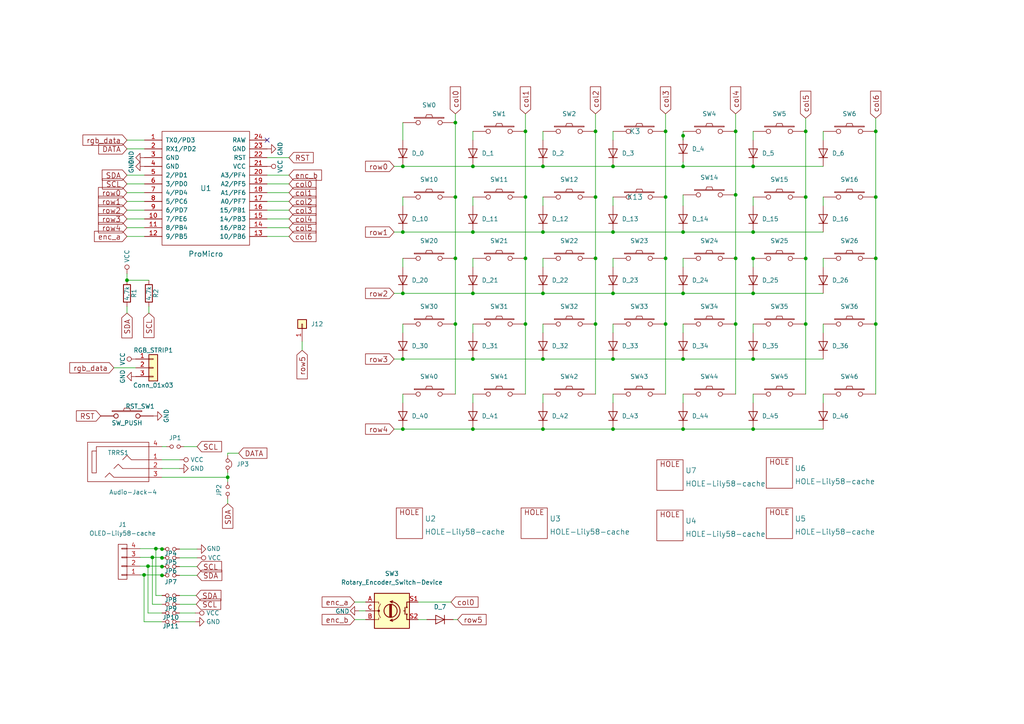
<source format=kicad_sch>
(kicad_sch (version 20211123) (generator eeschema)
  (paper "A4")
  (title_block (title "Redox keyboard") (date "2018-05-05") (rev "1.0") (comment 1 "designed by Mattia Dal Ben") (comment 2 "https://github.com/mattdibi/redox-keyboard"))
  (lib_symbols
    (symbol "redox_lib:Conn_01x03" (pin_names (offset 1.016) hide)
      (property "Reference" "J" (at 0 5.08 0))
      (property "Value" "Conn_01x03" (at 0 -5.08 0))
      (symbol "Conn_01x03_1_1"
        (pin passive line (at -5.08 2.54 0) (length 3.81) (name "Pin_1") (number "1"))
        (pin passive line (at -5.08 0 0) (length 3.81) (name "Pin_2") (number "2"))
        (pin passive line (at -5.08 -2.54 0) (length 3.81) (name "Pin_3") (number "3"))
      )
    )
    (symbol "redox_lib:GND" (power) (pin_names (offset 0))
      (property "Value" "GND" (at 0 -3.81 0))
      (symbol "GND_1_1"
        (pin power_in line (at 0 0 270) (length 0) hide (name "GND") (number "1"))
      )
    )
    (symbol "redox_lib:ProMicro" (pin_names (offset 1.016))
      (property "Reference" "U" (at 0 0 0))
      (property "Value" "ProMicro" (at 0 -19.05 0))
      (symbol "ProMicro_1_1"
        (pin input line (at -17.78 13.97 0) (length 5.08) (name "TX0/PD3") (number "1"))
        (pin input line (at -17.78 -8.89 0) (length 5.08) (name "7/PE6") (number "10"))
        (pin input line (at -17.78 -11.43 0) (length 5.08) (name "8/PB4") (number "11"))
        (pin input line (at -17.78 -13.97 0) (length 5.08) (name "9/PB5") (number "12"))
        (pin input line (at 17.78 -13.97 180) (length 5.08) (name "10/PB6") (number "13"))
        (pin input line (at 17.78 -11.43 180) (length 5.08) (name "16/PB2") (number "14"))
        (pin input line (at 17.78 -8.89 180) (length 5.08) (name "14/PB3") (number "15"))
        (pin input line (at 17.78 -6.35 180) (length 5.08) (name "15/PB1") (number "16"))
        (pin input line (at 17.78 -3.81 180) (length 5.08) (name "A0/PF7") (number "17"))
        (pin input line (at 17.78 -1.27 180) (length 5.08) (name "A1/PF6") (number "18"))
        (pin input line (at 17.78 1.27 180) (length 5.08) (name "A2/PF5") (number "19"))
        (pin input line (at -17.78 11.43 0) (length 5.08) (name "RX1/PD2") (number "2"))
        (pin input line (at 17.78 3.81 180) (length 5.08) (name "A3/PF4") (number "20"))
        (pin input line (at 17.78 6.35 180) (length 5.08) (name "VCC") (number "21"))
        (pin input line (at 17.78 8.89 180) (length 5.08) (name "RST") (number "22"))
        (pin input line (at 17.78 11.43 180) (length 5.08) (name "GND") (number "23"))
        (pin input line (at 17.78 13.97 180) (length 5.08) (name "RAW") (number "24"))
        (pin input line (at -17.78 8.89 0) (length 5.08) (name "GND") (number "3"))
        (pin input line (at -17.78 6.35 0) (length 5.08) (name "GND") (number "4"))
        (pin input line (at -17.78 3.81 0) (length 5.08) (name "2/PD1") (number "5"))
        (pin input line (at -17.78 1.27 0) (length 5.08) (name "3/PD0") (number "6"))
        (pin input line (at -17.78 -1.27 0) (length 5.08) (name "4/PD4") (number "7"))
        (pin input line (at -17.78 -3.81 0) (length 5.08) (name "5/PC6") (number "8"))
        (pin input line (at -17.78 -6.35 0) (length 5.08) (name "6/PD7") (number "9"))
      )
    )
    (symbol "redox_lib:R" (pin_numbers hide) (pin_names (offset 0))
      (property "Reference" "R" (at 2.032 0 90))
      (property "Value" "R" (at 0 0 90))
      (symbol "R_1_1"
        (pin passive line (at 0 3.81 270) (length 1.27) (name "~") (number "1"))
        (pin passive line (at 0 -3.81 90) (length 1.27) (name "~") (number "2"))
      )
    )
    (symbol "redox_lib:SW_PUSH" (pin_numbers hide) (pin_names (offset 1.016) hide)
      (property "Reference" "SW" (at 3.81 2.794 0))
      (property "Value" "SW_PUSH" (at 0 -2.032 0))
      (symbol "SW_PUSH_0_1"
        (pin passive inverted (at -7.62 0 0) (length 5.08) (name "1") (number "1"))
        (pin passive inverted (at 7.62 0 180) (length 5.08) (name "2") (number "2"))
      )
    )
    (symbol "redox_lib:VCC" (power) (pin_names (offset 0))
      (property "Value" "VCC" (at 0 3.81 0))
      (symbol "VCC_1_1"
        (pin power_in line (at 0 0 90) (length 0) hide (name "VCC") (number "1"))
      )
    )
    (symbol "sofle_lib:D-Lily58-cache" (pin_numbers hide) (pin_names (offset 1.016) hide)
      (property "Reference" "D" (at 0 2.54 0))
      (property "Value" "D-Lily58-cache" (at 0 -2.54 0))
      (symbol "D-Lily58-cache_1_1"
        (pin passive line (at -3.81 0 0) (length 2.54) (name "K") (number "1"))
        (pin passive line (at 3.81 0 180) (length 2.54) (name "A") (number "2"))
      )
    )
    (symbol "sofle_lib:HOLE-Lily58-cache" (pin_names (offset 1.016))
      (property "Reference" "U" (at 0 0 0))
      (property "Value" "HOLE-Lily58-cache" (at 0 -5.08 0))
      (symbol "HOLE-Lily58-cache_0_0"
        (text "HOLE" (at 0 3.81 0) (effects (font (size 1.524 1.524))))
      )
    )
    (symbol "sofle_lib:Jumper_NC_Small-Device" (pin_numbers hide) (pin_names (offset 0.762) hide)
      (property "Reference" "JP" (at 0 2.032 0))
      (property "Value" "Jumper_NC_Small-Device" (at 0.254 -1.524 0))
      (symbol "Jumper_NC_Small-Device_0_1"
        (pin passive line (at -2.54 0 0) (length 1.016) (name "1") (number "1"))
        (pin passive line (at 2.54 0 180) (length 1.016) (name "2") (number "2"))
      )
    )
    (symbol "sofle_lib:Jumper_NO_Small-Device" (pin_numbers hide) (pin_names (offset 0.762) hide)
      (property "Reference" "JP" (at 0 2.032 0))
      (property "Value" "Jumper_NO_Small-Device" (at 0.254 -1.524 0))
      (symbol "Jumper_NO_Small-Device_0_1"
        (pin passive line (at -2.54 0 0) (length 1.016) (name "1") (number "1"))
        (pin passive line (at 2.54 0 180) (length 1.016) (name "2") (number "2"))
      )
    )
    (symbol "sofle_lib:MJ-4PP-9-Lily58-cache" (pin_names (offset 1.016))
      (property "Reference" "J" (at -8.89 -7.62 0))
      (property "Value" "MJ-4PP-9-Lily58-cache" (at -3.81 6.35 0))
      (symbol "MJ-4PP-9-Lily58-cache_1_1"
        (pin passive line (at 11.43 0 180) (length 3.81) (name "~") (number "1"))
        (pin passive line (at 11.43 -2.54 180) (length 3.81) (name "~") (number "2"))
        (pin passive line (at 11.43 -5.08 180) (length 3.81) (name "~") (number "3"))
        (pin passive line (at 11.43 3.81 180) (length 3.81) (name "~") (number "4"))
      )
    )
    (symbol "sofle_lib:OLED-Lily58-cache" (pin_names (offset 1.016) hide)
      (property "Reference" "J" (at 0 6.35 0))
      (property "Value" "OLED-Lily58-cache" (at 2.54 0 90))
      (symbol "OLED-Lily58-cache_1_1"
        (pin passive line (at -5.08 3.81 0) (length 3.81) (name "P1") (number "1"))
        (pin passive line (at -5.08 1.27 0) (length 3.81) (name "P2") (number "2"))
        (pin passive line (at -5.08 -1.27 0) (length 3.81) (name "P3") (number "3"))
        (pin passive line (at -5.08 -3.81 0) (length 3.81) (name "P4") (number "4"))
      )
    )
    (symbol "sofle_lib:Rotary_Encoder_Switch-Device" (pin_names (offset 0.254) hide)
      (property "Reference" "SW" (at 0 6.604 0))
      (property "Value" "Rotary_Encoder_Switch-Device" (at 0 -6.604 0))
      (symbol "Rotary_Encoder_Switch-Device_1_1"
        (pin passive line (at -7.62 2.54 0) (length 2.54) (name "A") (number "A"))
        (pin passive line (at -7.62 -2.54 0) (length 2.54) (name "B") (number "B"))
        (pin passive line (at -7.62 0 0) (length 2.54) (name "C") (number "C"))
        (pin passive line (at 7.62 2.54 180) (length 2.54) (name "S1") (number "S1"))
        (pin passive line (at 7.62 -2.54 180) (length 2.54) (name "S2") (number "S2"))
      )
    )
    (symbol "sofle_lib:SW_PUSH-Lily58-cache" (pin_numbers hide) (pin_names (offset 1.016) hide)
      (property "Reference" "SW" (at 3.81 2.794 0))
      (property "Value" "SW_PUSH-Lily58-cache" (at 0 -2.032 0))
      (symbol "SW_PUSH-Lily58-cache_0_1"
        (pin passive inverted (at -7.62 0 0) (length 5.08) (name "1") (number "1"))
        (pin passive inverted (at 7.62 0 180) (length 5.08) (name "2") (number "2"))
      )
    )
    (symbol "sofle_lib:i2c_pin-Lily58-cache" (pin_names (offset 1.016) hide)
      (property "Reference" "J" (at 0 2.54 0))
      (property "Value" "i2c_pin-Lily58-cache" (at 0 -2.54 0))
      (symbol "i2c_pin-Lily58-cache_1_1"
        (pin passive line (at -5.08 0 0) (length 3.81) (name "Pin_1") (number "1"))
      )
    )
  )
  (junction (at 233.68 38.1))
  (junction (at 116.84 124.46))
  (junction (at 42.926 164.211))
  (junction (at 137.16 124.46))
  (junction (at 157.48 67.31))
  (junction (at 172.72 38.1))
  (junction (at 46.99 159.258))
  (junction (at 116.84 85.09))
  (junction (at 132.08 57.15))
  (junction (at 193.04 93.98))
  (junction (at 233.68 74.9616))
  (junction (at 132.08 93.98))
  (junction (at 172.72 57.15))
  (junction (at 193.04 38.1))
  (junction (at 198.12 39.37))
  (junction (at 218.44 104.14))
  (junction (at 218.44 74.9616))
  (junction (at 152.4 74.93))
  (junction (at 233.68 57.15))
  (junction (at 157.48 124.46))
  (junction (at 198.12 48.26))
  (junction (at 132.08 35.56))
  (junction (at 116.84 48.26))
  (junction (at 157.48 104.14))
  (junction (at 218.44 48.26))
  (junction (at 254 93.98))
  (junction (at 152.4 93.98))
  (junction (at 254 38.1))
  (junction (at 198.12 124.46))
  (junction (at 218.44 67.31))
  (junction (at 137.16 67.31))
  (junction (at 36.83 81.28))
  (junction (at 46.99 161.798))
  (junction (at 137.16 85.09))
  (junction (at 137.16 104.14))
  (junction (at 193.04 74.93))
  (junction (at 198.12 85.09))
  (junction (at 116.84 67.31))
  (junction (at 177.8 85.09))
  (junction (at 218.44 124.46))
  (junction (at 198.12 67.31))
  (junction (at 213.36 74.93))
  (junction (at 233.68 93.98))
  (junction (at 41.783 166.751))
  (junction (at 152.4 38.1))
  (junction (at 137.16 48.26))
  (junction (at 157.48 85.09))
  (junction (at 157.48 48.26))
  (junction (at 198.12 104.14))
  (junction (at 193.04 57.15))
  (junction (at 132.08 74.93))
  (junction (at 45.212 159.131))
  (junction (at 177.8 48.26))
  (junction (at 152.4 57.15))
  (junction (at 46.99 164.338))
  (junction (at 116.84 104.14))
  (junction (at 46.99 166.878))
  (junction (at 213.36 56.515))
  (junction (at 218.44 85.09))
  (junction (at 177.8 67.31))
  (junction (at 177.8 104.14))
  (junction (at 254 74.93))
  (junction (at 66.04 138.43))
  (junction (at 172.72 74.93))
  (junction (at 44.196 161.671))
  (junction (at 213.36 38.1))
  (junction (at 213.36 93.98))
  (junction (at 254 57.15))
  (junction (at 172.72 93.98))
  (junction (at 177.8 124.46))
  (no_connect (at 77.47 40.64))
  (wire (pts (xy 114.3 124.46) (xy 116.84 124.46)))
  (wire (pts (xy 177.8 38.1) (xy 177.8 40.64)))
  (wire (pts (xy 77.47 50.8) (xy 83.82 50.8)))
  (wire (pts (xy 254 93.98) (xy 254 114.3)))
  (wire (pts (xy 157.48 85.09) (xy 177.8 85.09)))
  (wire (pts (xy 44.196 175.26) (xy 44.196 161.671)))
  (wire (pts (xy 36.83 68.58) (xy 41.91 68.58)))
  (wire (pts (xy 137.16 57.15) (xy 137.16 59.69)))
  (wire (pts (xy 116.84 67.31) (xy 137.16 67.31)))
  (wire (pts (xy 218.44 74.93) (xy 218.44 74.9616)))
  (wire (pts (xy 177.8 74.93) (xy 177.8 77.47)))
  (wire (pts (xy 157.48 48.26) (xy 177.8 48.26)))
  (wire (pts (xy 116.84 114.3) (xy 116.84 116.84)))
  (wire (pts (xy 41.783 166.751) (xy 46.99 166.751)))
  (wire (pts (xy 132.08 93.98) (xy 132.08 114.3)))
  (wire (pts (xy 172.72 57.15) (xy 172.72 74.93)))
  (wire (pts (xy 46.99 175.26) (xy 44.196 175.26)))
  (wire (pts (xy 132.08 35.56) (xy 132.08 57.15)))
  (wire (pts (xy 46.99 172.72) (xy 45.212 172.72)))
  (wire (pts (xy 43.18 88.9) (xy 43.18 90.805)))
  (wire (pts (xy 233.68 57.15) (xy 233.68 74.9616)))
  (wire (pts (xy 52.07 172.72) (xy 56.896 172.72)))
  (wire (pts (xy 172.72 93.98) (xy 172.72 114.3)))
  (wire (pts (xy 36.83 60.96) (xy 41.91 60.96)))
  (wire (pts (xy 77.47 45.72) (xy 83.82 45.72)))
  (wire (pts (xy 152.4 38.1) (xy 152.4 57.15)))
  (wire (pts (xy 198.12 114.3) (xy 198.12 116.84)))
  (wire (pts (xy 77.47 68.58) (xy 83.82 68.58)))
  (wire (pts (xy 41.783 180.34) (xy 41.783 166.751)))
  (wire (pts (xy 238.76 74.93) (xy 238.76 77.47)))
  (wire (pts (xy 157.48 67.31) (xy 177.8 67.31)))
  (wire (pts (xy 114.3 48.26) (xy 116.84 48.26)))
  (wire (pts (xy 198.12 67.31) (xy 218.44 67.31)))
  (wire (pts (xy 102.87 179.705) (xy 106.045 179.705)))
  (wire (pts (xy 157.48 124.46) (xy 177.8 124.46)))
  (wire (pts (xy 116.84 57.15) (xy 116.84 59.69)))
  (wire (pts (xy 116.84 48.26) (xy 137.16 48.26)))
  (wire (pts (xy 45.212 159.131) (xy 46.99 159.131)))
  (wire (pts (xy 87.63 99.06) (xy 87.63 101.6)))
  (wire (pts (xy 131.445 179.705) (xy 132.715 179.705)))
  (wire (pts (xy 137.16 38.1) (xy 137.16 40.64)))
  (wire (pts (xy 177.8 104.14) (xy 198.12 104.14)))
  (wire (pts (xy 238.76 93.98) (xy 238.76 96.52)))
  (wire (pts (xy 157.48 93.98) (xy 157.48 96.52)))
  (wire (pts (xy 137.16 104.14) (xy 157.48 104.14)))
  (wire (pts (xy 116.84 124.46) (xy 137.16 124.46)))
  (wire (pts (xy 46.99 135.89) (xy 52.07 135.89)))
  (wire (pts (xy 40.64 166.751) (xy 41.783 166.751)))
  (wire (pts (xy 46.99 159.131) (xy 46.99 159.258)))
  (wire (pts (xy 77.47 58.42) (xy 83.82 58.42)))
  (wire (pts (xy 36.83 81.28) (xy 43.18 81.28)))
  (wire (pts (xy 36.83 55.88) (xy 41.91 55.88)))
  (wire (pts (xy 213.36 56.515) (xy 213.36 74.93)))
  (wire (pts (xy 198.12 124.46) (xy 218.44 124.46)))
  (wire (pts (xy 254 57.15) (xy 254 74.93)))
  (wire (pts (xy 233.68 93.98) (xy 233.68 114.3)))
  (wire (pts (xy 218.44 38.1) (xy 218.44 40.64)))
  (wire (pts (xy 193.04 93.98) (xy 193.04 114.3)))
  (wire (pts (xy 218.44 93.98) (xy 218.44 96.52)))
  (wire (pts (xy 254 34.29) (xy 254 38.1)))
  (wire (pts (xy 137.16 85.09) (xy 157.48 85.09)))
  (wire (pts (xy 198.12 56.515) (xy 198.12 59.69)))
  (wire (pts (xy 177.8 114.3) (xy 177.8 116.84)))
  (wire (pts (xy 177.8 93.98) (xy 177.8 96.52)))
  (wire (pts (xy 46.99 164.211) (xy 46.99 164.338)))
  (wire (pts (xy 157.48 104.14) (xy 177.8 104.14)))
  (wire (pts (xy 102.87 174.625) (xy 106.045 174.625)))
  (wire (pts (xy 198.12 104.14) (xy 218.44 104.14)))
  (wire (pts (xy 42.926 177.8) (xy 42.926 164.211)))
  (wire (pts (xy 218.44 74.9616) (xy 218.44 77.47)))
  (wire (pts (xy 213.36 93.98) (xy 213.36 114.3)))
  (wire (pts (xy 218.44 57.15) (xy 218.44 59.69)))
  (wire (pts (xy 137.16 93.98) (xy 137.16 96.52)))
  (wire (pts (xy 157.48 74.93) (xy 157.48 77.47)))
  (wire (pts (xy 36.83 88.9) (xy 36.83 90.805)))
  (wire (pts (xy 198.12 74.93) (xy 198.12 77.47)))
  (wire (pts (xy 218.44 104.14) (xy 238.76 104.14)))
  (wire (pts (xy 193.04 33.02) (xy 193.04 38.1)))
  (wire (pts (xy 116.84 93.98) (xy 116.84 96.52)))
  (wire (pts (xy 46.99 161.671) (xy 46.99 161.798)))
  (wire (pts (xy 218.44 67.31) (xy 238.76 67.31)))
  (wire (pts (xy 137.16 74.93) (xy 137.16 77.47)))
  (wire (pts (xy 77.47 60.96) (xy 83.82 60.96)))
  (wire (pts (xy 157.48 114.3) (xy 157.48 116.84)))
  (wire (pts (xy 46.99 166.751) (xy 46.99 166.878)))
  (wire (pts (xy 198.12 48.26) (xy 218.44 48.26)))
  (wire (pts (xy 36.83 43.18) (xy 41.91 43.18)))
  (wire (pts (xy 114.3 104.14) (xy 116.84 104.14)))
  (wire (pts (xy 152.4 57.15) (xy 152.4 74.93)))
  (wire (pts (xy 114.3 85.09) (xy 116.84 85.09)))
  (wire (pts (xy 193.04 57.15) (xy 193.04 74.93)))
  (wire (pts (xy 193.04 38.1) (xy 193.04 57.15)))
  (wire (pts (xy 157.48 38.1) (xy 157.48 40.64)))
  (wire (pts (xy 33.02 106.68) (xy 39.37 106.68)))
  (wire (pts (xy 137.16 48.26) (xy 157.48 48.26)))
  (wire (pts (xy 177.8 48.26) (xy 198.12 48.26)))
  (wire (pts (xy 52.07 177.8) (xy 56.642 177.8)))
  (wire (pts (xy 218.44 85.09) (xy 238.76 85.09)))
  (wire (pts (xy 177.8 124.46) (xy 198.12 124.46)))
  (wire (pts (xy 52.07 175.26) (xy 56.896 175.26)))
  (wire (pts (xy 121.285 174.625) (xy 130.81 174.625)))
  (wire (pts (xy 132.08 74.93) (xy 132.08 93.98)))
  (wire (pts (xy 152.4 74.93) (xy 152.4 93.98)))
  (wire (pts (xy 46.99 177.8) (xy 42.926 177.8)))
  (wire (pts (xy 238.76 38.1) (xy 238.76 40.64)))
  (wire (pts (xy 172.72 38.1) (xy 172.72 57.15)))
  (wire (pts (xy 66.04 131.445) (xy 69.215 131.445)))
  (wire (pts (xy 177.8 85.09) (xy 198.12 85.09)))
  (wire (pts (xy 233.68 74.9616) (xy 233.68 93.98)))
  (wire (pts (xy 132.08 33.02) (xy 132.08 35.56)))
  (wire (pts (xy 53.34 129.54) (xy 57.15 129.54)))
  (wire (pts (xy 152.4 33.02) (xy 152.4 38.1)))
  (wire (pts (xy 137.16 114.3) (xy 137.16 116.84)))
  (wire (pts (xy 116.84 85.09) (xy 137.16 85.09)))
  (wire (pts (xy 46.99 133.35) (xy 52.07 133.35)))
  (wire (pts (xy 198.12 39.37) (xy 198.12 40.64)))
  (wire (pts (xy 198.12 38.1) (xy 198.12 39.37)))
  (wire (pts (xy 52.07 166.878) (xy 57.15 166.878)))
  (wire (pts (xy 36.83 53.34) (xy 41.91 53.34)))
  (wire (pts (xy 36.83 66.04) (xy 41.91 66.04)))
  (wire (pts (xy 77.47 63.5) (xy 83.82 63.5)))
  (wire (pts (xy 172.72 33.02) (xy 172.72 38.1)))
  (wire (pts (xy 254 74.93) (xy 254 93.98)))
  (wire (pts (xy 172.72 74.93) (xy 172.72 93.98)))
  (wire (pts (xy 40.64 159.131) (xy 45.212 159.131)))
  (wire (pts (xy 254 38.1) (xy 254 57.15)))
  (wire (pts (xy 152.4 93.98) (xy 152.4 114.3)))
  (wire (pts (xy 114.3 67.31) (xy 116.84 67.31)))
  (wire (pts (xy 52.07 164.338) (xy 57.15 164.338)))
  (wire (pts (xy 177.8 57.15) (xy 177.8 59.69)))
  (wire (pts (xy 233.68 38.1) (xy 233.68 57.15)))
  (wire (pts (xy 233.68 34.29) (xy 233.68 38.1)))
  (wire (pts (xy 36.83 63.5) (xy 41.91 63.5)))
  (wire (pts (xy 177.8 67.31) (xy 198.12 67.31)))
  (wire (pts (xy 52.07 180.34) (xy 56.642 180.34)))
  (wire (pts (xy 77.47 53.34) (xy 83.82 53.34)))
  (wire (pts (xy 77.47 55.88) (xy 83.82 55.88)))
  (wire (pts (xy 213.36 38.1) (xy 213.36 56.515)))
  (wire (pts (xy 77.47 66.04) (xy 83.82 66.04)))
  (wire (pts (xy 44.196 161.671) (xy 46.99 161.671)))
  (wire (pts (xy 104.14 177.165) (xy 106.045 177.165)))
  (wire (pts (xy 198.12 93.98) (xy 198.12 96.52)))
  (wire (pts (xy 46.99 180.34) (xy 41.783 180.34)))
  (wire (pts (xy 116.84 74.93) (xy 116.84 77.47)))
  (wire (pts (xy 213.36 74.93) (xy 213.36 93.98)))
  (wire (pts (xy 121.285 179.705) (xy 123.825 179.705)))
  (wire (pts (xy 52.07 159.258) (xy 57.15 159.258)))
  (wire (pts (xy 218.44 48.26) (xy 238.76 48.26)))
  (wire (pts (xy 157.48 57.15) (xy 157.48 59.69)))
  (wire (pts (xy 66.04 132.08) (xy 66.04 131.445)))
  (wire (pts (xy 66.04 144.78) (xy 66.04 146.05)))
  (wire (pts (xy 36.83 79.375) (xy 36.83 81.28)))
  (wire (pts (xy 198.12 46.99) (xy 198.12 48.26)))
  (wire (pts (xy 46.99 129.54) (xy 48.26 129.54)))
  (wire (pts (xy 116.84 104.14) (xy 137.16 104.14)))
  (wire (pts (xy 116.84 35.56) (xy 116.84 40.64)))
  (wire (pts (xy 238.76 57.15) (xy 238.76 59.69)))
  (wire (pts (xy 42.926 164.211) (xy 46.99 164.211)))
  (wire (pts (xy 198.12 85.09) (xy 218.44 85.09)))
  (wire (pts (xy 45.212 172.72) (xy 45.212 159.131)))
  (wire (pts (xy 66.04 137.16) (xy 66.04 138.43)))
  (wire (pts (xy 66.04 138.43) (xy 66.04 139.7)))
  (wire (pts (xy 238.76 114.3) (xy 238.76 116.84)))
  (wire (pts (xy 46.99 138.43) (xy 66.04 138.43)))
  (wire (pts (xy 36.83 58.42) (xy 41.91 58.42)))
  (wire (pts (xy 36.83 40.64) (xy 41.91 40.64)))
  (wire (pts (xy 40.64 164.211) (xy 42.926 164.211)))
  (wire (pts (xy 218.44 124.46) (xy 238.76 124.46)))
  (wire (pts (xy 36.83 50.8) (xy 41.91 50.8)))
  (wire (pts (xy 218.44 114.3) (xy 218.44 116.84)))
  (wire (pts (xy 137.16 124.46) (xy 157.48 124.46)))
  (wire (pts (xy 132.08 57.15) (xy 132.08 74.93)))
  (wire (pts (xy 137.16 67.31) (xy 157.48 67.31)))
  (wire (pts (xy 193.04 74.93) (xy 193.04 93.98)))
  (wire (pts (xy 40.64 161.671) (xy 44.196 161.671)))
  (wire (pts (xy 52.07 161.798) (xy 57.15 161.798)))
  (wire (pts (xy 213.36 33.02) (xy 213.36 38.1)))
  (global_label "row1" (shape input) (at 36.83 58.42 180) (effects (font (size 1.524 1.524))) (property "Intersheet References" "${INTERSHEET_REFS}" (effects hide)))
  (global_label "col5" (shape input) (at 83.82 66.04 0) (effects (font (size 1.524 1.524))) (property "Intersheet References" "${INTERSHEET_REFS}" (effects hide)))
  (global_label "col1" (shape input) (at 83.82 55.88 0) (effects (font (size 1.524 1.524))) (property "Intersheet References" "${INTERSHEET_REFS}" (effects hide)))
  (global_label "SDA" (shape input) (at 36.83 50.8 180) (effects (font (size 1.524 1.524))) (property "Intersheet References" "${INTERSHEET_REFS}" (effects hide)))
  (global_label "enc_a" (shape input) (at 102.87 174.625 180) (effects (font (size 1.524 1.524))) (property "Intersheet References" "${INTERSHEET_REFS}" (effects hide)))
  (global_label "row4" (shape input) (at 36.83 66.04 180) (effects (font (size 1.524 1.524))) (property "Intersheet References" "${INTERSHEET_REFS}" (effects hide)))
  (global_label "rgb_data" (shape input) (at 36.83 40.64 180) (effects (font (size 1.524 1.524))) (property "Intersheet References" "${INTERSHEET_REFS}" (effects hide)))
  (global_label "col5" (shape input) (at 233.68 34.29 90) (effects (font (size 1.524 1.524))) (property "Intersheet References" "${INTERSHEET_REFS}" (effects hide)))
  (global_label "col1" (shape input) (at 152.4 33.02 90) (effects (font (size 1.524 1.524))) (property "Intersheet References" "${INTERSHEET_REFS}" (effects hide)))
  (global_label "col3" (shape input) (at 193.04 33.02 90) (effects (font (size 1.524 1.524))) (property "Intersheet References" "${INTERSHEET_REFS}" (effects hide)))
  (global_label "col6" (shape input) (at 254 34.29 90) (effects (font (size 1.524 1.524))) (property "Intersheet References" "${INTERSHEET_REFS}" (effects hide)))
  (global_label "SCL" (shape input) (at 57.15 164.338 0) (effects (font (size 1.524 1.524))) (property "Intersheet References" "${INTERSHEET_REFS}" (effects hide)))
  (global_label "SCL" (shape input) (at 57.15 129.54 0) (effects (font (size 1.524 1.524))) (property "Intersheet References" "${INTERSHEET_REFS}" (effects hide)))
  (global_label "row0" (shape input) (at 114.3 48.26 180) (effects (font (size 1.524 1.524))) (property "Intersheet References" "${INTERSHEET_REFS}" (effects hide)))
  (global_label "col2" (shape input) (at 83.82 58.42 0) (effects (font (size 1.524 1.524))) (property "Intersheet References" "${INTERSHEET_REFS}" (effects hide)))
  (global_label "col0" (shape input) (at 83.82 53.34 0) (effects (font (size 1.524 1.524))) (property "Intersheet References" "${INTERSHEET_REFS}" (effects hide)))
  (global_label "col6" (shape input) (at 83.82 68.58 0) (effects (font (size 1.524 1.524))) (property "Intersheet References" "${INTERSHEET_REFS}" (effects hide)))
  (global_label "col4" (shape input) (at 213.36 33.02 90) (effects (font (size 1.524 1.524))) (property "Intersheet References" "${INTERSHEET_REFS}" (effects hide)))
  (global_label "enc_b" (shape input) (at 102.87 179.705 180) (effects (font (size 1.524 1.524))) (property "Intersheet References" "${INTERSHEET_REFS}" (effects hide)))
  (global_label "SDA" (shape input) (at 56.896 172.72 0) (effects (font (size 1.524 1.524))) (property "Intersheet References" "${INTERSHEET_REFS}" (effects hide)))
  (global_label "col2" (shape input) (at 172.72 33.02 90) (effects (font (size 1.524 1.524))) (property "Intersheet References" "${INTERSHEET_REFS}" (effects hide)))
  (global_label "col3" (shape input) (at 83.82 60.96 0) (effects (font (size 1.524 1.524))) (property "Intersheet References" "${INTERSHEET_REFS}" (effects hide)))
  (global_label "SDA" (shape input) (at 66.04 146.05 270) (effects (font (size 1.524 1.524))) (property "Intersheet References" "${INTERSHEET_REFS}" (effects hide)))
  (global_label "enc_a" (shape input) (at 36.83 68.58 180) (effects (font (size 1.524 1.524))) (property "Intersheet References" "${INTERSHEET_REFS}" (effects hide)))
  (global_label "row3" (shape input) (at 36.83 63.5 180) (effects (font (size 1.524 1.524))) (property "Intersheet References" "${INTERSHEET_REFS}" (effects hide)))
  (global_label "SCL" (shape input) (at 56.896 175.26 0) (effects (font (size 1.524 1.524))) (property "Intersheet References" "${INTERSHEET_REFS}" (effects hide)))
  (global_label "row5" (shape input) (at 87.63 101.6 270) (effects (font (size 1.524 1.524))) (property "Intersheet References" "${INTERSHEET_REFS}" (effects hide)))
  (global_label "rgb_data" (shape input) (at 33.02 106.68 180) (effects (font (size 1.524 1.524))) (property "Intersheet References" "${INTERSHEET_REFS}" (effects hide)))
  (global_label "col0" (shape input) (at 130.81 174.625 0) (effects (font (size 1.524 1.524))) (property "Intersheet References" "${INTERSHEET_REFS}" (effects hide)))
  (global_label "row4" (shape input) (at 114.3 124.46 180) (effects (font (size 1.524 1.524))) (property "Intersheet References" "${INTERSHEET_REFS}" (effects hide)))
  (global_label "row2" (shape input) (at 114.3 85.09 180) (effects (font (size 1.524 1.524))) (property "Intersheet References" "${INTERSHEET_REFS}" (effects hide)))
  (global_label "RST" (shape input) (at 29.21 120.65 180) (effects (font (size 1.524 1.524))) (property "Intersheet References" "${INTERSHEET_REFS}" (effects hide)))
  (global_label "SDA" (shape input) (at 36.83 90.805 270) (effects (font (size 1.524 1.524))) (property "Intersheet References" "${INTERSHEET_REFS}" (effects hide)))
  (global_label "DATA" (shape input) (at 36.83 43.18 180) (effects (font (size 1.524 1.524))) (property "Intersheet References" "${INTERSHEET_REFS}" (effects hide)))
  (global_label "row2" (shape input) (at 36.83 60.96 180) (effects (font (size 1.524 1.524))) (property "Intersheet References" "${INTERSHEET_REFS}" (effects hide)))
  (global_label "col0" (shape input) (at 132.08 33.02 90) (effects (font (size 1.524 1.524))) (property "Intersheet References" "${INTERSHEET_REFS}" (effects hide)))
  (global_label "RST" (shape input) (at 83.82 45.72 0) (effects (font (size 1.524 1.524))) (property "Intersheet References" "${INTERSHEET_REFS}" (effects hide)))
  (global_label "col4" (shape input) (at 83.82 63.5 0) (effects (font (size 1.524 1.524))) (property "Intersheet References" "${INTERSHEET_REFS}" (effects hide)))
  (global_label "row0" (shape input) (at 36.83 55.88 180) (effects (font (size 1.524 1.524))) (property "Intersheet References" "${INTERSHEET_REFS}" (effects hide)))
  (global_label "SDA" (shape input) (at 57.15 166.878 0) (effects (font (size 1.524 1.524))) (property "Intersheet References" "${INTERSHEET_REFS}" (effects hide)))
  (global_label "SCL" (shape input) (at 36.83 53.34 180) (effects (font (size 1.524 1.524))) (property "Intersheet References" "${INTERSHEET_REFS}" (effects hide)))
  (global_label "row3" (shape input) (at 114.3 104.14 180) (effects (font (size 1.524 1.524))) (property "Intersheet References" "${INTERSHEET_REFS}" (effects hide)))
  (global_label "SCL" (shape input) (at 43.18 90.805 270) (effects (font (size 1.524 1.524))) (property "Intersheet References" "${INTERSHEET_REFS}" (effects hide)))
  (global_label "enc_b" (shape input) (at 83.82 50.8 0) (effects (font (size 1.524 1.524))) (property "Intersheet References" "${INTERSHEET_REFS}" (effects hide)))
  (global_label "row5" (shape input) (at 132.715 179.705 0) (effects (font (size 1.524 1.524))) (property "Intersheet References" "${INTERSHEET_REFS}" (effects hide)))
  (global_label "row1" (shape input) (at 114.3 67.31 180) (effects (font (size 1.524 1.524))) (property "Intersheet References" "${INTERSHEET_REFS}" (effects hide)))
  (global_label "DATA" (shape input) (at 69.215 131.445 0) (effects (font (size 1.524 1.524))) (property "Intersheet References" "${INTERSHEET_REFS}" (effects hide)))
  (symbol (lib_id "redox_lib:ProMicro") (at 59.69 54.61 0) (unit 1)
    (property "Reference" "U1" (at 59.69 54.61 0) (effects (font (size 1.524 1.524))))
    (property "Value" "ProMicro" (at 59.69 73.66 0) (effects (font (size 1.524 1.524))))
    (property "Footprint" "Keebio-Part:ArduinoProMicro" (effects hide))
  )
  (symbol (lib_id "sofle_lib:MJ-4PP-9-Lily58-cache") (at 35.56 133.35 0) (unit 1)
    (property "Reference" "TRRS1" (at 34.29 131.318 0))
    (property "Value" "Audio-Jack-4" (at 38.608 142.748 0))
    (property "Footprint" "SofleKeyboard-footprint:MJ-4PP-9" (effects hide))
  )
  (symbol (lib_id "redox_lib:Conn_01x03") (at 44.45 106.68 0) (unit 1)
    (property "Reference" "RGB_STRIP1" (at 44.45 101.6 0))
    (property "Value" "Conn_01x03" (at 44.45 111.76 0))
    (property "Footprint" "SofleKeyboard-footprint:LED" (effects hide))
  )
  (symbol (lib_id "redox_lib:SW_PUSH") (at 36.83 120.65 0) (unit 1)
    (property "Reference" "RST_SW1" (at 40.64 117.856 0))
    (property "Value" "SW_PUSH" (at 36.83 122.682 0))
    (property "Footprint" "SofleKeyboard-footprint:TACT_SWITCH_TVBP06" (effects hide))
  )
  (symbol (lib_id "redox_lib:GND") (at 77.47 43.18 90) (unit 1)
    (property "Reference" "#PWR01" (effects hide))
    (property "Value" "GND" (at 81.28 43.18 0))
  )
  (symbol (lib_id "redox_lib:VCC") (at 77.47 48.26 270) (unit 1)
    (property "Reference" "#PWR02" (effects hide))
    (property "Value" "VCC" (at 81.28 48.26 0))
  )
  (symbol (lib_id "redox_lib:GND") (at 52.07 135.89 90) (unit 1)
    (property "Reference" "#PWR03" (effects hide))
    (property "Value" "GND" (at 57.15 135.89 90))
  )
  (symbol (lib_id "redox_lib:GND") (at 39.37 109.22 270) (unit 1)
    (property "Reference" "#PWR04" (effects hide))
    (property "Value" "GND" (at 35.56 109.22 0))
  )
  (symbol (lib_id "redox_lib:VCC") (at 39.37 104.14 90) (unit 1)
    (property "Reference" "#PWR05" (effects hide))
    (property "Value" "VCC" (at 35.56 104.14 0))
  )
  (symbol (lib_id "redox_lib:GND") (at 44.45 120.65 90) (unit 1)
    (property "Reference" "#PWR06" (effects hide))
    (property "Value" "GND" (at 48.26 120.65 0))
  )
  (symbol (lib_id "redox_lib:GND") (at 41.91 45.72 270) (unit 1)
    (property "Reference" "#PWR07" (effects hide))
    (property "Value" "GND" (at 38.1 45.72 0))
  )
  (symbol (lib_id "redox_lib:GND") (at 41.91 48.26 270) (unit 1)
    (property "Reference" "#PWR08" (effects hide))
    (property "Value" "GND" (at 38.1 48.26 0))
  )
  (symbol (lib_id "redox_lib:SW_PUSH") (at 185.42 38.1 0) (unit 1)
    (property "Reference" "K3" (at 184.15 38.1 0) (effects (font (size 1.524 1.524))))
    (property "Value" "KEYSW" (effects hide))
    (property "Footprint" "myparts:Mx_Alps_100-dualside" (effects hide))
  )
  (symbol (lib_id "redox_lib:SW_PUSH") (at 185.42 57.15 0) (unit 1)
    (property "Reference" "K13" (at 184.15 57.15 0) (effects (font (size 1.524 1.524))))
    (property "Value" "KEYSW" (effects hide))
    (property "Footprint" "myparts:Mx_Alps_100-dualside" (effects hide))
  )
  (symbol (lib_id "redox_lib:R") (at 36.83 85.09 0) (unit 1)
    (property "Reference" "R1" (at 38.862 85.09 90))
    (property "Value" "4.7k" (at 36.83 85.09 90))
    (property "Footprint" "SofleKeyboard-footprint:R_1206_DoubleSided" (effects hide))
  )
  (symbol (lib_id "redox_lib:R") (at 43.18 85.09 0) (unit 1)
    (property "Reference" "R2" (at 45.212 85.09 90))
    (property "Value" "4.7k" (at 43.18 85.09 90))
    (property "Footprint" "SofleKeyboard-footprint:R_1206_DoubleSided" (effects hide))
  )
  (symbol (lib_id "redox_lib:VCC") (at 52.07 133.35 270) (unit 1)
    (property "Reference" "#PWR09" (effects hide))
    (property "Value" "VCC" (at 57.15 133.35 90))
  )
  (symbol (lib_id "sofle_lib:D-Lily58-cache") (at 157.48 120.65 90) (unit 1)
    (property "Reference" "D_42" (at 160.02 120.6499 90) (effects (justify right)))
    (property "Value" "D-Lily58-cache" (effects hide))
    (property "Footprint" "SofleKeyboard-footprint:Diode_SOD123" (effects hide))
  )
  (symbol (lib_id "sofle_lib:SW_PUSH-Lily58-cache") (at 205.74 93.98 0) (unit 1)
    (property "Reference" "SW34" (at 205.74 88.9 0))
    (property "Value" "SW_PUSH-Lily58-cache" (effects hide))
    (property "Footprint" "SofleKeyboard-footprint:CherryMX_Hotswap" (effects hide))
  )
  (symbol (lib_id "sofle_lib:D-Lily58-cache") (at 137.16 81.28 90) (unit 1)
    (property "Reference" "D_21" (at 139.7 81.2799 90) (effects (justify right)))
    (property "Value" "D-Lily58-cache" (effects hide))
    (property "Footprint" "SofleKeyboard-footprint:Diode_SOD123" (effects hide))
  )
  (symbol (lib_id "sofle_lib:D-Lily58-cache") (at 218.44 120.65 90) (unit 1)
    (property "Reference" "D_45" (at 220.98 120.6499 90) (effects (justify right)))
    (property "Value" "D-Lily58-cache" (effects hide))
    (property "Footprint" "SofleKeyboard-footprint:Diode_SOD123" (effects hide))
  )
  (symbol (lib_id "sofle_lib:SW_PUSH-Lily58-cache") (at 124.46 114.3 0) (unit 1)
    (property "Reference" "SW40" (at 124.46 109.22 0))
    (property "Value" "SW_PUSH-Lily58-cache" (effects hide))
    (property "Footprint" "SofleKeyboard-footprint:CherryMX_Hotswap" (effects hide))
  )
  (symbol (lib_id "sofle_lib:Jumper_NC_Small-Device") (at 66.04 134.62 270) (unit 1)
    (property "Reference" "JP3" (at 68.58 134.6199 90) (effects (justify left)))
    (property "Value" "Jumper_NC_Small-Device" (effects hide))
    (property "Footprint" "SofleKeyboard-footprint:jumper_data" (effects hide))
  )
  (symbol (lib_id "sofle_lib:SW_PUSH-Lily58-cache") (at 246.38 114.3 0) (unit 1)
    (property "Reference" "SW46" (at 246.38 109.22 0))
    (property "Value" "SW_PUSH-Lily58-cache" (effects hide))
    (property "Footprint" "SofleKeyboard-footprint:CherryMX_Hotswap" (effects hide))
  )
  (symbol (lib_id "sofle_lib:D-Lily58-cache") (at 157.48 81.28 90) (unit 1)
    (property "Reference" "D_22" (at 160.02 81.2799 90) (effects (justify right)))
    (property "Value" "D-Lily58-cache" (effects hide))
    (property "Footprint" "SofleKeyboard-footprint:Diode_SOD123" (effects hide))
  )
  (symbol (lib_id "sofle_lib:SW_PUSH-Lily58-cache") (at 205.74 38.1 0) (unit 1)
    (property "Reference" "SW4" (at 205.74 33.02 0))
    (property "Value" "SW_PUSH-Lily58-cache" (effects hide))
    (property "Footprint" "SofleKeyboard-footprint:CherryMX_Hotswap" (effects hide))
  )
  (symbol (lib_id "sofle_lib:D-Lily58-cache") (at 157.48 100.33 90) (unit 1)
    (property "Reference" "D_32" (at 160.02 100.3299 90) (effects (justify right)))
    (property "Value" "D-Lily58-cache" (effects hide))
    (property "Footprint" "SofleKeyboard-footprint:Diode_SOD123" (effects hide))
  )
  (symbol (lib_id "sofle_lib:SW_PUSH-Lily58-cache") (at 165.1 114.3 0) (unit 1)
    (property "Reference" "SW42" (at 165.1 109.22 0))
    (property "Value" "SW_PUSH-Lily58-cache" (effects hide))
    (property "Footprint" "SofleKeyboard-footprint:CherryMX_Hotswap" (effects hide))
  )
  (symbol (lib_id "sofle_lib:D-Lily58-cache") (at 238.76 81.28 90) (unit 1)
    (property "Reference" "D_26" (at 241.3 81.2799 90) (effects (justify right)))
    (property "Value" "D-Lily58-cache" (effects hide))
    (property "Footprint" "SofleKeyboard-footprint:Diode_SOD123" (effects hide))
  )
  (symbol (lib_id "sofle_lib:SW_PUSH-Lily58-cache") (at 246.38 57.15 0) (unit 1)
    (property "Reference" "SW16" (at 246.38 52.07 0))
    (property "Value" "SW_PUSH-Lily58-cache" (effects hide))
    (property "Footprint" "SofleKeyboard-footprint:CherryMX_Hotswap" (effects hide))
  )
  (symbol (lib_id "sofle_lib:D-Lily58-cache") (at 198.12 81.28 90) (unit 1)
    (property "Reference" "D_24" (at 200.66 81.2799 90) (effects (justify right)))
    (property "Value" "D-Lily58-cache" (effects hide))
    (property "Footprint" "SofleKeyboard-footprint:Diode_SOD123" (effects hide))
  )
  (symbol (lib_id "sofle_lib:SW_PUSH-Lily58-cache") (at 246.38 93.98 0) (unit 1)
    (property "Reference" "SW36" (at 246.38 88.9 0))
    (property "Value" "SW_PUSH-Lily58-cache" (effects hide))
    (property "Footprint" "SofleKeyboard-footprint:CherryMX_Hotswap" (effects hide))
  )
  (symbol (lib_id "sofle_lib:SW_PUSH-Lily58-cache") (at 124.46 57.15 0) (unit 1)
    (property "Reference" "SW10" (at 124.46 52.07 0))
    (property "Value" "SW_PUSH-Lily58-cache" (effects hide))
    (property "Footprint" "SofleKeyboard-footprint:CherryMX_Hotswap" (effects hide))
  )
  (symbol (lib_id "sofle_lib:SW_PUSH-Lily58-cache") (at 205.74 56.515 0) (unit 1)
    (property "Reference" "SW14" (at 205.74 51.4825 0))
    (property "Value" "SW_PUSH-Lily58-cache" (effects hide))
    (property "Footprint" "SofleKeyboard-footprint:CherryMX_Hotswap" (effects hide))
  )
  (symbol (lib_id "sofle_lib:D-Lily58-cache") (at 198.12 100.33 90) (unit 1)
    (property "Reference" "D_34" (at 200.66 100.3299 90) (effects (justify right)))
    (property "Value" "D-Lily58-cache" (effects hide))
    (property "Footprint" "SofleKeyboard-footprint:Diode_SOD123" (effects hide))
  )
  (symbol (lib_id "sofle_lib:SW_PUSH-Lily58-cache") (at 226.06 93.98 0) (unit 1)
    (property "Reference" "SW35" (at 226.06 88.9 0))
    (property "Value" "SW_PUSH-Lily58-cache" (effects hide))
    (property "Footprint" "SofleKeyboard-footprint:CherryMX_Hotswap" (effects hide))
  )
  (symbol (lib_id "sofle_lib:D-Lily58-cache") (at 177.8 81.28 90) (unit 1)
    (property "Reference" "D_23" (at 180.34 81.2799 90) (effects (justify right)))
    (property "Value" "D-Lily58-cache" (effects hide))
    (property "Footprint" "SofleKeyboard-footprint:Diode_SOD123" (effects hide))
  )
  (symbol (lib_id "sofle_lib:HOLE-Lily58-cache") (at 226.06 137.795 0) (unit 1)
    (property "Reference" "U6" (at 230.505 135.8401 0) (effects (font (size 1.524 1.524)) (justify left)))
    (property "Value" "HOLE-Lily58-cache" (at 230.505 139.6501 0) (effects (font (size 1.524 1.524)) (justify left)))
    (property "Footprint" "SofleKeyboard-footprint:HOLE_M2_TH" (effects hide))
  )
  (symbol (lib_id "sofle_lib:D-Lily58-cache") (at 238.76 120.65 90) (unit 1)
    (property "Reference" "D_46" (at 241.3 120.6499 90) (effects (justify right)))
    (property "Value" "D-Lily58-cache" (effects hide))
    (property "Footprint" "SofleKeyboard-footprint:Diode_SOD123" (effects hide))
  )
  (symbol (lib_id "sofle_lib:SW_PUSH-Lily58-cache") (at 124.46 93.98 0) (unit 1)
    (property "Reference" "SW30" (at 124.46 88.9 0))
    (property "Value" "SW_PUSH-Lily58-cache" (effects hide))
    (property "Footprint" "SofleKeyboard-footprint:CherryMX_Hotswap" (effects hide))
  )
  (symbol (lib_id "sofle_lib:D-Lily58-cache") (at 177.8 120.65 90) (unit 1)
    (property "Reference" "D_43" (at 180.34 120.6499 90) (effects (justify right)))
    (property "Value" "D-Lily58-cache" (effects hide))
    (property "Footprint" "SofleKeyboard-footprint:Diode_SOD123" (effects hide))
  )
  (symbol (lib_id "sofle_lib:Jumper_NO_Small-Device") (at 66.04 142.24 90) (unit 1)
    (property "Reference" "JP2" (at 63.5 142.24 0))
    (property "Value" "Jumper_NO_Small-Device" (effects hide))
    (property "Footprint" "SofleKeyboard-footprint:Jumper" (effects hide))
  )
  (symbol (lib_id "sofle_lib:D-Lily58-cache") (at 218.44 44.45 90) (unit 1)
    (property "Reference" "D_5" (at 220.98 44.4499 90) (effects (justify right)))
    (property "Value" "D-Lily58-cache" (effects hide))
    (property "Footprint" "SofleKeyboard-footprint:Diode_SOD123" (effects hide))
  )
  (symbol (lib_id "sofle_lib:D-Lily58-cache") (at 218.44 100.33 90) (unit 1)
    (property "Reference" "D_35" (at 220.98 100.3299 90) (effects (justify right)))
    (property "Value" "D-Lily58-cache" (effects hide))
    (property "Footprint" "SofleKeyboard-footprint:Diode_SOD123" (effects hide))
  )
  (symbol (lib_id "sofle_lib:D-Lily58-cache") (at 116.84 120.65 90) (unit 1)
    (property "Reference" "D_40" (at 119.38 120.6499 90) (effects (justify right)))
    (property "Value" "D-Lily58-cache" (effects hide))
    (property "Footprint" "SofleKeyboard-footprint:Diode_SOD123" (effects hide))
  )
  (symbol (lib_id "sofle_lib:HOLE-Lily58-cache") (at 118.745 152.4 0) (unit 1)
    (property "Reference" "U2" (at 123.19 150.4451 0) (effects (font (size 1.524 1.524)) (justify left)))
    (property "Value" "HOLE-Lily58-cache" (at 123.19 154.2551 0) (effects (font (size 1.524 1.524)) (justify left)))
    (property "Footprint" "SofleKeyboard-footprint:HOLE_M2_TH" (effects hide))
  )
  (symbol (lib_id "sofle_lib:Jumper_NO_Small-Device") (at 49.53 172.72 180) (unit 1)
    (property "Reference" "JP8" (at 49.53 173.99 0))
    (property "Value" "Jumper_NO_Small-Device" (effects hide))
    (property "Footprint" "SofleKeyboard-footprint:Jumper" (effects hide))
  )
  (symbol (lib_id "sofle_lib:SW_PUSH-Lily58-cache") (at 226.06 57.15 0) (unit 1)
    (property "Reference" "SW15" (at 226.06 52.07 0))
    (property "Value" "SW_PUSH-Lily58-cache" (effects hide))
    (property "Footprint" "SofleKeyboard-footprint:CherryMX_Hotswap" (effects hide))
  )
  (symbol (lib_id "sofle_lib:Jumper_NO_Small-Device") (at 49.53 161.798 180) (unit 1)
    (property "Reference" "JP5" (at 49.53 163.068 0))
    (property "Value" "Jumper_NO_Small-Device" (effects hide))
    (property "Footprint" "SofleKeyboard-footprint:Jumper" (effects hide))
  )
  (symbol (lib_id "redox_lib:GND") (at 56.642 180.34 90) (unit 1)
    (property "Reference" "#PWR011" (effects hide))
    (property "Value" "GND" (at 61.849 180.34 90))
  )
  (symbol (lib_id "sofle_lib:SW_PUSH-Lily58-cache") (at 185.42 93.98 0) (unit 1)
    (property "Reference" "SW33" (at 185.42 88.9 0))
    (property "Value" "SW_PUSH-Lily58-cache" (effects hide))
    (property "Footprint" "SofleKeyboard-footprint:CherryMX_Hotswap" (effects hide))
  )
  (symbol (lib_id "sofle_lib:D-Lily58-cache") (at 157.48 63.5 90) (unit 1)
    (property "Reference" "D_12" (at 160.02 63.4999 90) (effects (justify right)))
    (property "Value" "D-Lily58-cache" (effects hide))
    (property "Footprint" "SofleKeyboard-footprint:Diode_SOD123" (effects hide))
  )
  (symbol (lib_id "sofle_lib:D-Lily58-cache") (at 218.44 63.5 90) (unit 1)
    (property "Reference" "D_15" (at 220.98 63.4999 90) (effects (justify right)))
    (property "Value" "D-Lily58-cache" (effects hide))
    (property "Footprint" "SofleKeyboard-footprint:Diode_SOD123" (effects hide))
  )
  (symbol (lib_id "sofle_lib:SW_PUSH-Lily58-cache") (at 185.42 74.93 0) (unit 1)
    (property "Reference" "SW23" (at 185.42 69.85 0))
    (property "Value" "SW_PUSH-Lily58-cache" (effects hide))
    (property "Footprint" "SofleKeyboard-footprint:CherryMX_Hotswap" (effects hide))
  )
  (symbol (lib_id "sofle_lib:HOLE-Lily58-cache") (at 194.31 138.43 0) (unit 1)
    (property "Reference" "U7" (at 198.755 136.4751 0) (effects (font (size 1.524 1.524)) (justify left)))
    (property "Value" "HOLE-Lily58-cache" (at 198.755 140.2851 0) (effects (font (size 1.524 1.524)) (justify left)))
    (property "Footprint" "SofleKeyboard-footprint:HOLE_M2_TH" (effects hide))
  )
  (symbol (lib_id "sofle_lib:OLED-Lily58-cache") (at 35.56 162.941 180) (unit 1)
    (property "Reference" "J1" (at 35.56 152.146 0))
    (property "Value" "OLED-Lily58-cache" (at 35.56 154.686 0))
    (property "Footprint" "SofleKeyboard-footprint:OLED_4Pin" (effects hide))
  )
  (symbol (lib_id "sofle_lib:SW_PUSH-Lily58-cache") (at 246.38 38.1 0) (unit 1)
    (property "Reference" "SW6" (at 246.38 33.02 0))
    (property "Value" "SW_PUSH-Lily58-cache" (effects hide))
    (property "Footprint" "SofleKeyboard-footprint:CherryMX_Hotswap" (effects hide))
  )
  (symbol (lib_id "sofle_lib:Jumper_NO_Small-Device") (at 49.53 166.878 180) (unit 1)
    (property "Reference" "JP7" (at 49.53 168.783 0))
    (property "Value" "Jumper_NO_Small-Device" (effects hide))
    (property "Footprint" "SofleKeyboard-footprint:Jumper" (effects hide))
  )
  (symbol (lib_id "sofle_lib:i2c_pin-Lily58-cache") (at 87.63 93.98 90) (unit 1)
    (property "Reference" "J12" (at 90.17 93.9799 90) (effects (justify right)))
    (property "Value" "i2c_pin-Lily58-cache" (effects hide))
    (property "Footprint" "SofleKeyboard-footprint:1pin_conn" (effects hide))
  )
  (symbol (lib_id "sofle_lib:SW_PUSH-Lily58-cache") (at 165.1 93.98 0) (unit 1)
    (property "Reference" "SW32" (at 165.1 88.9 0))
    (property "Value" "SW_PUSH-Lily58-cache" (effects hide))
    (property "Footprint" "SofleKeyboard-footprint:CherryMX_Hotswap" (effects hide))
  )
  (symbol (lib_id "sofle_lib:SW_PUSH-Lily58-cache") (at 226.06 114.3 0) (unit 1)
    (property "Reference" "SW45" (at 226.06 109.22 0))
    (property "Value" "SW_PUSH-Lily58-cache" (effects hide))
    (property "Footprint" "SofleKeyboard-footprint:CherryMX_Hotswap" (effects hide))
  )
  (symbol (lib_id "sofle_lib:SW_PUSH-Lily58-cache") (at 124.46 74.93 0) (unit 1)
    (property "Reference" "SW20" (at 124.46 69.85 0))
    (property "Value" "SW_PUSH-Lily58-cache" (effects hide))
    (property "Footprint" "SofleKeyboard-footprint:CherryMX_Hotswap" (effects hide))
  )
  (symbol (lib_id "sofle_lib:D-Lily58-cache") (at 177.8 100.33 90) (unit 1)
    (property "Reference" "D_33" (at 180.34 100.3299 90) (effects (justify right)))
    (property "Value" "D-Lily58-cache" (effects hide))
    (property "Footprint" "SofleKeyboard-footprint:Diode_SOD123" (effects hide))
  )
  (symbol (lib_id "sofle_lib:SW_PUSH-Lily58-cache") (at 165.1 38.1 0) (unit 1)
    (property "Reference" "SW2" (at 165.1 33.02 0))
    (property "Value" "SW_PUSH-Lily58-cache" (effects hide))
    (property "Footprint" "SofleKeyboard-footprint:CherryMX_Hotswap" (effects hide))
  )
  (symbol (lib_id "sofle_lib:D-Lily58-cache") (at 177.8 44.45 90) (unit 1)
    (property "Reference" "D_3" (at 180.34 44.4499 90) (effects (justify right)))
    (property "Value" "D-Lily58-cache" (effects hide))
    (property "Footprint" "SofleKeyboard-footprint:Diode_SOD123" (effects hide))
  )
  (symbol (lib_id "sofle_lib:D-Lily58-cache") (at 177.8 63.5 90) (unit 1)
    (property "Reference" "D_13" (at 180.34 63.4999 90) (effects (justify right)))
    (property "Value" "D-Lily58-cache" (effects hide))
    (property "Footprint" "SofleKeyboard-footprint:Diode_SOD123" (effects hide))
  )
  (symbol (lib_id "sofle_lib:Jumper_NO_Small-Device") (at 49.53 164.338 180) (unit 1)
    (property "Reference" "JP6" (at 49.53 165.608 0))
    (property "Value" "Jumper_NO_Small-Device" (effects hide))
    (property "Footprint" "SofleKeyboard-footprint:Jumper" (effects hide))
  )
  (symbol (lib_id "sofle_lib:D-Lily58-cache") (at 116.84 44.45 90) (unit 1)
    (property "Reference" "D_0" (at 119.38 44.4499 90) (effects (justify right)))
    (property "Value" "D-Lily58-cache" (effects hide))
    (property "Footprint" "SofleKeyboard-footprint:Diode_SOD123" (effects hide))
  )
  (symbol (lib_id "redox_lib:VCC") (at 36.83 79.375 0) (unit 1)
    (property "Reference" "#PWR014" (effects hide))
    (property "Value" "VCC" (at 36.83 74.295 90))
  )
  (symbol (lib_id "sofle_lib:SW_PUSH-Lily58-cache") (at 144.78 93.98 0) (unit 1)
    (property "Reference" "SW31" (at 144.78 88.9 0))
    (property "Value" "SW_PUSH-Lily58-cache" (effects hide))
    (property "Footprint" "SofleKeyboard-footprint:CherryMX_Hotswap" (effects hide))
  )
  (symbol (lib_id "redox_lib:VCC") (at 57.15 161.798 270) (unit 1)
    (property "Reference" "#PWR013" (effects hide))
    (property "Value" "VCC" (at 62.23 161.798 90))
  )
  (symbol (lib_id "sofle_lib:D-Lily58-cache") (at 238.76 100.33 90) (unit 1)
    (property "Reference" "D_36" (at 241.3 100.3299 90) (effects (justify right)))
    (property "Value" "D-Lily58-cache" (effects hide))
    (property "Footprint" "SofleKeyboard-footprint:Diode_SOD123" (effects hide))
  )
  (symbol (lib_id "sofle_lib:D-Lily58-cache") (at 137.16 44.45 90) (unit 1)
    (property "Reference" "D_1" (at 139.7 44.4499 90) (effects (justify right)))
    (property "Value" "D-Lily58-cache" (effects hide))
    (property "Footprint" "SofleKeyboard-footprint:Diode_SOD123" (effects hide))
  )
  (symbol (lib_id "sofle_lib:SW_PUSH-Lily58-cache") (at 185.42 114.3 0) (unit 1)
    (property "Reference" "SW43" (at 185.42 109.22 0))
    (property "Value" "SW_PUSH-Lily58-cache" (effects hide))
    (property "Footprint" "SofleKeyboard-footprint:CherryMX_Hotswap" (effects hide))
  )
  (symbol (lib_id "sofle_lib:SW_PUSH-Lily58-cache") (at 165.1 57.15 0) (unit 1)
    (property "Reference" "SW12" (at 165.1 52.07 0))
    (property "Value" "SW_PUSH-Lily58-cache" (effects hide))
    (property "Footprint" "SofleKeyboard-footprint:CherryMX_Hotswap" (effects hide))
  )
  (symbol (lib_id "sofle_lib:D-Lily58-cache") (at 238.76 44.45 90) (unit 1)
    (property "Reference" "D_6" (at 241.3 44.4499 90) (effects (justify right)))
    (property "Value" "D-Lily58-cache" (effects hide))
    (property "Footprint" "SofleKeyboard-footprint:Diode_SOD123" (effects hide))
  )
  (symbol (lib_id "sofle_lib:D-Lily58-cache") (at 137.16 120.65 90) (unit 1)
    (property "Reference" "D_41" (at 139.7 120.6499 90) (effects (justify right)))
    (property "Value" "D-Lily58-cache" (effects hide))
    (property "Footprint" "SofleKeyboard-footprint:Diode_SOD123" (effects hide))
  )
  (symbol (lib_id "sofle_lib:HOLE-Lily58-cache") (at 154.94 152.4 0) (unit 1)
    (property "Reference" "U3" (at 159.385 150.4451 0) (effects (font (size 1.524 1.524)) (justify left)))
    (property "Value" "HOLE-Lily58-cache" (at 159.385 154.2551 0) (effects (font (size 1.524 1.524)) (justify left)))
    (property "Footprint" "SofleKeyboard-footprint:HOLE_M2_TH" (effects hide))
  )
  (symbol (lib_id "sofle_lib:D-Lily58-cache") (at 116.84 63.5 90) (unit 1)
    (property "Reference" "D_10" (at 119.38 63.4999 90) (effects (justify right)))
    (property "Value" "D-Lily58-cache" (effects hide))
    (property "Footprint" "SofleKeyboard-footprint:Diode_SOD123" (effects hide))
  )
  (symbol (lib_id "sofle_lib:Jumper_NO_Small-Device") (at 49.53 177.8 180) (unit 1)
    (property "Reference" "JP10" (at 49.53 179.07 0))
    (property "Value" "Jumper_NO_Small-Device" (effects hide))
    (property "Footprint" "SofleKeyboard-footprint:Jumper" (effects hide))
  )
  (symbol (lib_id "sofle_lib:Jumper_NO_Small-Device") (at 49.53 180.34 180) (unit 1)
    (property "Reference" "JP11" (at 49.53 181.61 0))
    (property "Value" "Jumper_NO_Small-Device" (effects hide))
    (property "Footprint" "SofleKeyboard-footprint:Jumper" (effects hide))
  )
  (symbol (lib_id "sofle_lib:SW_PUSH-Lily58-cache") (at 144.78 57.15 0) (unit 1)
    (property "Reference" "SW11" (at 144.78 52.07 0))
    (property "Value" "SW_PUSH-Lily58-cache" (effects hide))
    (property "Footprint" "SofleKeyboard-footprint:CherryMX_Hotswap" (effects hide))
  )
  (symbol (lib_id "sofle_lib:SW_PUSH-Lily58-cache") (at 246.38 74.93 0) (unit 1)
    (property "Reference" "SW26" (at 246.38 69.85 0))
    (property "Value" "SW_PUSH-Lily58-cache" (effects hide))
    (property "Footprint" "SofleKeyboard-footprint:CherryMX_Hotswap" (effects hide))
  )
  (symbol (lib_id "sofle_lib:D-Lily58-cache") (at 116.84 100.33 90) (unit 1)
    (property "Reference" "D_30" (at 119.38 100.3299 90) (effects (justify right)))
    (property "Value" "D-Lily58-cache" (effects hide))
    (property "Footprint" "SofleKeyboard-footprint:Diode_SOD123" (effects hide))
  )
  (symbol (lib_id "sofle_lib:D-Lily58-cache") (at 198.12 120.65 90) (unit 1)
    (property "Reference" "D_44" (at 200.66 120.6499 90) (effects (justify right)))
    (property "Value" "D-Lily58-cache" (effects hide))
    (property "Footprint" "SofleKeyboard-footprint:Diode_SOD123" (effects hide))
  )
  (symbol (lib_id "redox_lib:GND") (at 104.14 177.165 270) (unit 1)
    (property "Reference" "#PWR015" (effects hide))
    (property "Value" "GND" (at 99.314 177.292 90))
  )
  (symbol (lib_id "sofle_lib:SW_PUSH-Lily58-cache") (at 205.74 114.3 0) (unit 1)
    (property "Reference" "SW44" (at 205.74 109.22 0))
    (property "Value" "SW_PUSH-Lily58-cache" (effects hide))
    (property "Footprint" "SofleKeyboard-footprint:CherryMX_Hotswap" (effects hide))
  )
  (symbol (lib_id "sofle_lib:D-Lily58-cache") (at 137.16 100.33 90) (unit 1)
    (property "Reference" "D_31" (at 139.7 100.3299 90) (effects (justify right)))
    (property "Value" "D-Lily58-cache" (effects hide))
    (property "Footprint" "SofleKeyboard-footprint:Diode_SOD123" (effects hide))
  )
  (symbol (lib_id "sofle_lib:D-Lily58-cache") (at 137.16 63.5 90) (unit 1)
    (property "Reference" "D_11" (at 139.7 63.4999 90) (effects (justify right)))
    (property "Value" "D-Lily58-cache" (effects hide))
    (property "Footprint" "SofleKeyboard-footprint:Diode_SOD123" (effects hide))
  )
  (symbol (lib_id "sofle_lib:SW_PUSH-Lily58-cache") (at 124.46 35.56 0) (unit 1)
    (property "Reference" "SW0" (at 124.46 30.48 0))
    (property "Value" "SW_PUSH-Lily58-cache" (effects hide))
    (property "Footprint" "SofleKeyboard-footprint:CherryMX_Hotswap" (effects hide))
  )
  (symbol (lib_id "redox_lib:GND") (at 57.15 159.258 90) (unit 1)
    (property "Reference" "#PWR012" (effects hide))
    (property "Value" "GND" (at 61.976 159.131 90))
  )
  (symbol (lib_id "sofle_lib:D-Lily58-cache") (at 127.635 179.705 180) (unit 1)
    (property "Reference" "D_7" (at 127.635 176.022 0))
    (property "Value" "D-Lily58-cache" (effects hide))
    (property "Footprint" "SofleKeyboard-footprint:Diode_SOD123" (effects hide))
  )
  (symbol (lib_id "redox_lib:VCC") (at 56.642 177.8 270) (unit 1)
    (property "Reference" "#PWR010" (effects hide))
    (property "Value" "VCC" (at 61.722 177.8 90))
  )
  (symbol (lib_id "sofle_lib:D-Lily58-cache") (at 218.44 81.28 90) (unit 1)
    (property "Reference" "D_25" (at 220.98 81.2799 90) (effects (justify right)))
    (property "Value" "D-Lily58-cache" (effects hide))
    (property "Footprint" "SofleKeyboard-footprint:Diode_SOD123" (effects hide))
  )
  (symbol (lib_id "sofle_lib:D-Lily58-cache") (at 198.12 63.5 90) (unit 1)
    (property "Reference" "D_14" (at 200.66 63.4999 90) (effects (justify right)))
    (property "Value" "D-Lily58-cache" (effects hide))
    (property "Footprint" "SofleKeyboard-footprint:Diode_SOD123" (effects hide))
  )
  (symbol (lib_id "sofle_lib:Rotary_Encoder_Switch-Device") (at 113.665 177.165 0) (unit 1)
    (property "Reference" "SW3" (at 113.665 166.37 0))
    (property "Value" "Rotary_Encoder_Switch-Device" (at 113.665 168.91 0))
    (property "Footprint" "SofleKeyboard-footprint:RotaryEncoder_Alps_EC11E-Switch_Vertical_H20mm-keebio_modified" (effects hide))
  )
  (symbol (lib_id "sofle_lib:SW_PUSH-Lily58-cache") (at 226.06 38.1 0) (unit 1)
    (property "Reference" "SW5" (at 226.06 33.02 0))
    (property "Value" "SW_PUSH-Lily58-cache" (effects hide))
    (property "Footprint" "SofleKeyboard-footprint:CherryMX_Hotswap" (effects hide))
  )
  (symbol (lib_id "sofle_lib:D-Lily58-cache") (at 238.76 63.5 90) (unit 1)
    (property "Reference" "D_16" (at 241.3 63.4999 90) (effects (justify right)))
    (property "Value" "D-Lily58-cache" (effects hide))
    (property "Footprint" "SofleKeyboard-footprint:Diode_SOD123" (effects hide))
  )
  (symbol (lib_id "sofle_lib:HOLE-Lily58-cache") (at 226.06 152.4 0) (unit 1)
    (property "Reference" "U5" (at 230.505 150.4451 0) (effects (font (size 1.524 1.524)) (justify left)))
    (property "Value" "HOLE-Lily58-cache" (at 230.505 154.2551 0) (effects (font (size 1.524 1.524)) (justify left)))
    (property "Footprint" "SofleKeyboard-footprint:HOLE_M2_TH" (effects hide))
  )
  (symbol (lib_id "sofle_lib:Jumper_NO_Small-Device") (at 50.8 129.54 0) (unit 1)
    (property "Reference" "JP1" (at 50.8 127 0))
    (property "Value" "Jumper_NO_Small-Device" (effects hide))
    (property "Footprint" "SofleKeyboard-footprint:Jumper" (effects hide))
  )
  (symbol (lib_id "sofle_lib:D-Lily58-cache") (at 198.12 43.18 90) (unit 1)
    (property "Reference" "D_4" (at 200.66 43.1799 90) (effects (justify right)))
    (property "Value" "D-Lily58-cache" (effects hide))
    (property "Footprint" "SofleKeyboard-footprint:Diode_SOD123" (effects hide))
  )
  (symbol (lib_id "sofle_lib:SW_PUSH-Lily58-cache") (at 165.1 74.93 0) (unit 1)
    (property "Reference" "SW22" (at 165.1 69.85 0))
    (property "Value" "SW_PUSH-Lily58-cache" (effects hide))
    (property "Footprint" "SofleKeyboard-footprint:CherryMX_Hotswap" (effects hide))
  )
  (symbol (lib_id "sofle_lib:SW_PUSH-Lily58-cache") (at 144.78 114.3 0) (unit 1)
    (property "Reference" "SW41" (at 144.78 109.22 0))
    (property "Value" "SW_PUSH-Lily58-cache" (effects hide))
    (property "Footprint" "SofleKeyboard-footprint:CherryMX_Hotswap" (effects hide))
  )
  (symbol (lib_id "sofle_lib:SW_PUSH-Lily58-cache") (at 226.06 74.9616 0) (unit 1)
    (property "Reference" "SW25" (at 226.06 69.85 0))
    (property "Value" "SW_PUSH-Lily58-cache" (effects hide))
    (property "Footprint" "SofleKeyboard-footprint:CherryMX_Hotswap" (effects hide))
  )
  (symbol (lib_id "sofle_lib:Jumper_NO_Small-Device") (at 49.53 175.26 180) (unit 1)
    (property "Reference" "JP9" (at 49.53 176.53 0))
    (property "Value" "Jumper_NO_Small-Device" (effects hide))
    (property "Footprint" "SofleKeyboard-footprint:Jumper" (effects hide))
  )
  (symbol (lib_id "sofle_lib:HOLE-Lily58-cache") (at 194.31 153.035 0) (unit 1)
    (property "Reference" "U4" (at 198.755 151.0801 0) (effects (font (size 1.524 1.524)) (justify left)))
    (property "Value" "HOLE-Lily58-cache" (at 198.755 154.8901 0) (effects (font (size 1.524 1.524)) (justify left)))
    (property "Footprint" "SofleKeyboard-footprint:HOLE_M2_TH" (effects hide))
  )
  (symbol (lib_id "sofle_lib:D-Lily58-cache") (at 157.48 44.45 90) (unit 1)
    (property "Reference" "D_2" (at 160.02 44.4499 90) (effects (justify right)))
    (property "Value" "D-Lily58-cache" (effects hide))
    (property "Footprint" "SofleKeyboard-footprint:Diode_SOD123" (effects hide))
  )
  (symbol (lib_id "sofle_lib:SW_PUSH-Lily58-cache") (at 144.78 38.1 0) (unit 1)
    (property "Reference" "SW1" (at 144.78 33.02 0))
    (property "Value" "SW_PUSH-Lily58-cache" (effects hide))
    (property "Footprint" "SofleKeyboard-footprint:CherryMX_Hotswap" (effects hide))
  )
  (symbol (lib_id "sofle_lib:Jumper_NO_Small-Device") (at 49.53 159.258 180) (unit 1)
    (property "Reference" "JP4" (at 49.53 160.528 0))
    (property "Value" "Jumper_NO_Small-Device" (effects hide))
    (property "Footprint" "SofleKeyboard-footprint:Jumper" (effects hide))
  )
  (symbol (lib_id "sofle_lib:D-Lily58-cache") (at 116.84 81.28 90) (unit 1)
    (property "Reference" "D_20" (at 119.38 81.2799 90) (effects (justify right)))
    (property "Value" "D-Lily58-cache" (effects hide))
    (property "Footprint" "SofleKeyboard-footprint:Diode_SOD123" (effects hide))
  )
  (symbol (lib_id "sofle_lib:SW_PUSH-Lily58-cache") (at 205.74 74.93 0) (unit 1)
    (property "Reference" "SW24" (at 205.74 69.85 0))
    (property "Value" "SW_PUSH-Lily58-cache" (effects hide))
    (property "Footprint" "SofleKeyboard-footprint:CherryMX_Hotswap" (effects hide))
  )
  (symbol (lib_id "sofle_lib:SW_PUSH-Lily58-cache") (at 144.78 74.93 0) (unit 1)
    (property "Reference" "SW21" (at 144.78 69.85 0))
    (property "Value" "SW_PUSH-Lily58-cache" (effects hide))
    (property "Footprint" "SofleKeyboard-footprint:CherryMX_Hotswap" (effects hide))
  )
)
</source>
